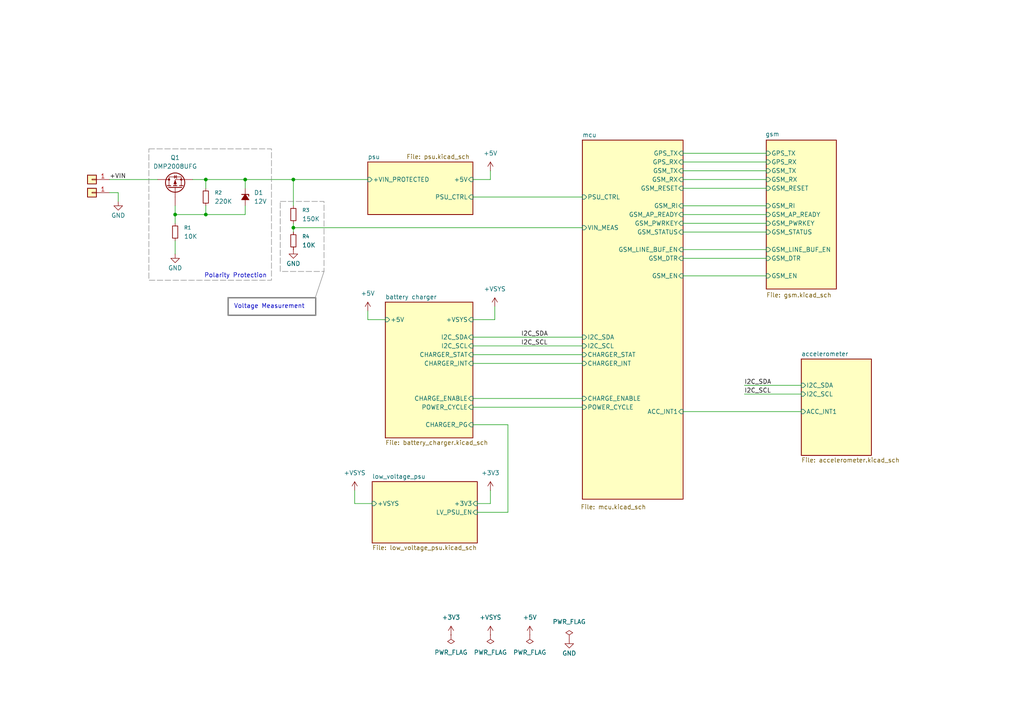
<source format=kicad_sch>
(kicad_sch (version 20250114) (generator "eeschema") (generator_version "9.0")
  (paper "A4")
  (lib_symbols
    (symbol "Connector_Generic:Conn_01x01" (pin_names (offset 1.016) (hide yes))
      (property "Reference" "J" (at 0 2.54 0))
      (property "Value" "Conn_01x01" (at 0 -2.54 0))
      (symbol "Conn_01x01_1_1"
        (rectangle (start -1.27 1.27) (end 1.27 -1.27) (stroke (width 0.254)) (fill (type background)))
        (rectangle (start -1.27 0.127) (end 0 -0.127) (stroke (width 0.1524)))
        (pin passive line (at -5.08 0 0) (length 3.81) (name "Pin_1") (number "1"))
      )
    )
    (symbol "Device:D_Zener_Small_Filled" (pin_numbers (hide yes)) (pin_names (offset 0.254) (hide yes))
      (property "Reference" "D" (at 0 2.286 0))
      (property "Value" "D_Zener_Small_Filled" (at 0 -2.286 0))
      (symbol "D_Zener_Small_Filled_0_1"
        (polyline (pts (xy -0.254 1.016) (xy -0.762 1.016) (xy -0.762 -1.016)) (stroke (width 0.254)))
        (polyline (pts (xy 0.762 1.016) (xy -0.762 0) (xy 0.762 -1.016) (xy 0.762 1.016)) (stroke (width 0.254)) (fill (type outline)))
        (polyline (pts (xy 0.762 0) (xy -0.762 0)))
      )
      (symbol "D_Zener_Small_Filled_1_1"
        (pin passive line (at -2.54 0 0) (length 1.778) (name "K") (number "1"))
        (pin passive line (at 2.54 0 180) (length 1.778) (name "A") (number "2"))
      )
    )
    (symbol "Device:R_Small" (pin_numbers (hide yes)) (pin_names (offset 0.254) (hide yes))
      (property "Reference" "R" (at 0 0 90))
      (property "Value" "R_Small" (at 1.778 0 90))
      (symbol "R_Small_0_1"
        (rectangle (start -0.762 1.778) (end 0.762 -1.778) (stroke (width 0.2032)))
      )
      (symbol "R_Small_1_1"
        (pin passive line (at 0 2.54 270) (length 0.762) (name "~") (number "1"))
        (pin passive line (at 0 -2.54 90) (length 0.762) (name "~") (number "2"))
      )
    )
    (symbol "My Libraries:+VSYS" (power) (in_bom no) (on_board no)
      (property "Value" "+VSYS" (at 0 3.81 0))
      (symbol "+VSYS_0_1"
        (polyline (pts (xy 0 2.54) (xy -0.762 1.27)))
        (polyline (pts (xy 0 2.54) (xy 0.762 1.27)))
        (polyline (pts (xy 0 0) (xy 0 2.54)))
      )
      (symbol "+VSYS_1_1"
        (pin power_in line (at 0 0 90) (length 0) (hide yes) (name "+VSYS") (number ""))
      )
    )
    (symbol "My Libraries:DMP2008UFG" (pin_numbers (hide yes)) (pin_names (hide yes))
      (property "Reference" "Q" (at 0 0 0))
      (property "Value" "DMP2008UFG" (at 0 0 0))
      (symbol "DMP2008UFG_0_1"
        (polyline (pts (xy -2.286 1.905) (xy -2.286 -1.905)) (stroke (width 0.254)))
        (polyline (pts (xy -2.286 0) (xy -5.08 0)))
        (polyline (pts (xy -1.778 2.286) (xy -1.778 1.27)) (stroke (width 0.254)))
        (polyline (pts (xy -1.778 1.778) (xy 0.762 1.778) (xy 0.762 -1.778) (xy -1.778 -1.778)))
        (polyline (pts (xy -1.778 0.508) (xy -1.778 -0.508)) (stroke (width 0.254)))
        (polyline (pts (xy -1.778 -1.27) (xy -1.778 -2.286)) (stroke (width 0.254)))
        (circle (center -0.889 0) (radius 2.794) (stroke (width 0.254)))
        (polyline (pts (xy -0.254 0) (xy -1.27 0.381) (xy -1.27 -0.381) (xy -0.254 0)) (fill (type outline)))
        (polyline (pts (xy 0 2.54) (xy 0 1.778)))
        (circle (center 0 1.778) (radius 0.254) (fill (type outline)))
        (circle (center 0 -1.778) (radius 0.254) (fill (type outline)))
        (polyline (pts (xy 0 -2.54) (xy 0 0) (xy -1.778 0)))
        (polyline (pts (xy 0.254 -0.508) (xy 0.381 -0.381) (xy 1.143 -0.381) (xy 1.27 -0.254)))
        (polyline (pts (xy 0.762 -0.381) (xy 0.381 0.254) (xy 1.143 0.254) (xy 0.762 -0.381)))
      )
      (symbol "DMP2008UFG_1_1"
        (pin input line (at -7.62 0 0) (length 2.54) (name "G") (number "4"))
        (pin passive line (at 0 5.08 270) (length 2.54) (name "D") (number "5"))
        (pin passive line (at 0 -5.08 90) (length 2.54) (name "S") (number "1"))
        (pin passive line (at 0 -5.08 90) (length 2.54) (hide yes) (name "S") (number "2"))
        (pin passive line (at 0 -5.08 90) (length 2.54) (hide yes) (name "S") (number "3"))
      )
    )
    (symbol "power:+3V3" (power) (pin_numbers (hide yes)) (pin_names (offset 0) (hide yes))
      (property "Value" "+3V3" (at 0 3.556 0))
      (symbol "+3V3_0_1"
        (polyline (pts (xy -0.762 1.27) (xy 0 2.54)))
        (polyline (pts (xy 0 2.54) (xy 0.762 1.27)))
        (polyline (pts (xy 0 0) (xy 0 2.54)))
      )
      (symbol "+3V3_1_1"
        (pin power_in line (at 0 0 90) (length 0) (name "~") (number "1"))
      )
    )
    (symbol "power:+5V" (power) (pin_numbers (hide yes)) (pin_names (offset 0) (hide yes))
      (property "Value" "+5V" (at 0 3.556 0))
      (symbol "+5V_0_1"
        (polyline (pts (xy -0.762 1.27) (xy 0 2.54)))
        (polyline (pts (xy 0 2.54) (xy 0.762 1.27)))
        (polyline (pts (xy 0 0) (xy 0 2.54)))
      )
      (symbol "+5V_1_1"
        (pin power_in line (at 0 0 90) (length 0) (name "~") (number "1"))
      )
    )
    (symbol "power:GND" (power) (pin_numbers (hide yes)) (pin_names (offset 0) (hide yes))
      (property "Value" "GND" (at 0 -3.81 0))
      (symbol "GND_0_1"
        (polyline (pts (xy 0 0) (xy 0 -1.27) (xy 1.27 -1.27) (xy 0 -2.54) (xy -1.27 -1.27) (xy 0 -1.27)))
      )
      (symbol "GND_1_1"
        (pin power_in line (at 0 0 270) (length 0) (name "~") (number "1"))
      )
    )
    (symbol "power:PWR_FLAG" (power) (pin_numbers (hide yes)) (pin_names (offset 0) (hide yes))
      (property "Value" "PWR_FLAG" (at 0 3.81 0))
      (symbol "PWR_FLAG_0_0"
        (pin power_out line (at 0 0 90) (length 0) (name "~") (number "1"))
      )
      (symbol "PWR_FLAG_0_1"
        (polyline (pts (xy 0 0) (xy 0 1.27) (xy -1.016 1.905) (xy 0 2.54) (xy 1.016 1.905) (xy 0 1.27)))
      )
    )
  )
  (rectangle (start 66.167 86.36) (end 91.567 91.44) (stroke (width 0.4) (color 132 132 132 1)))
  (rectangle (start 43.18 43.18) (end 78.74 81.28) (stroke (width 0) (type dash) (color 132 132 132 1)))
  (rectangle (start 81.28 58.42) (end 93.98 78.74) (stroke (width 0) (type dash) (color 132 132 132 1)))
  (text "Polarity Protection" (at 68.326 80.01 0) (effects (font (size 1.27 1.27))))
  (text "Voltage Measurement" (at 78.105 88.9 0) (effects (font (size 1.27 1.27))))
  (junction (at 50.8 62.23))
  (junction (at 85.09 66.04))
  (junction (at 71.12 52.07))
  (junction (at 59.69 52.07))
  (junction (at 59.69 62.23))
  (junction (at 85.09 52.07))
  (wire (pts (xy 198.12 59.69) (xy 222.25 59.69)))
  (wire (pts (xy 137.16 118.11) (xy 168.91 118.11)))
  (wire (pts (xy 198.12 46.99) (xy 222.25 46.99)))
  (wire (pts (xy 59.69 52.07) (xy 55.88 52.07)))
  (wire (pts (xy 198.12 119.38) (xy 232.41 119.38)))
  (wire (pts (xy 142.24 142.24) (xy 142.24 146.05)))
  (wire (pts (xy 59.69 62.23) (xy 59.69 59.69)))
  (wire (pts (xy 71.12 52.07) (xy 59.69 52.07)))
  (wire (pts (xy 71.12 59.69) (xy 71.12 62.23)))
  (wire (pts (xy 59.69 54.61) (xy 59.69 52.07)))
  (wire (pts (xy 198.12 74.93) (xy 222.25 74.93)))
  (wire (pts (xy 111.76 92.71) (xy 106.68 92.71)))
  (wire (pts (xy 198.12 80.01) (xy 222.25 80.01)))
  (wire (pts (xy 137.16 57.15) (xy 168.91 57.15)))
  (wire (pts (xy 50.8 62.23) (xy 50.8 64.77)))
  (wire (pts (xy 137.16 105.41) (xy 168.91 105.41)))
  (wire (pts (xy 102.87 146.05) (xy 107.95 146.05)))
  (wire (pts (xy 143.51 92.71) (xy 137.16 92.71)))
  (wire (pts (xy 198.12 72.39) (xy 222.25 72.39)))
  (wire (pts (xy 198.12 44.45) (xy 222.25 44.45)))
  (wire (pts (xy 50.8 73.66) (xy 50.8 69.85)))
  (polyline (pts (xy 93.98 78.74) (xy 91.44 86.36)) (stroke (width 0) (type solid) (color 132 132 132 1)))
  (wire (pts (xy 198.12 62.23) (xy 222.25 62.23)))
  (wire (pts (xy 71.12 54.61) (xy 71.12 52.07)))
  (wire (pts (xy 137.16 100.33) (xy 168.91 100.33)))
  (wire (pts (xy 137.16 123.19) (xy 147.32 123.19)))
  (wire (pts (xy 31.75 52.07) (xy 45.72 52.07)))
  (wire (pts (xy 143.51 88.9) (xy 143.51 92.71)))
  (wire (pts (xy 147.32 123.19) (xy 147.32 148.59)))
  (wire (pts (xy 85.09 52.07) (xy 85.09 59.69)))
  (wire (pts (xy 34.29 58.42) (xy 34.29 55.88)))
  (wire (pts (xy 85.09 66.04) (xy 85.09 67.31)))
  (wire (pts (xy 85.09 64.77) (xy 85.09 66.04)))
  (wire (pts (xy 50.8 59.69) (xy 50.8 62.23)))
  (wire (pts (xy 198.12 52.07) (xy 222.25 52.07)))
  (wire (pts (xy 198.12 64.77) (xy 222.25 64.77)))
  (wire (pts (xy 142.24 52.07) (xy 137.16 52.07)))
  (wire (pts (xy 85.09 52.07) (xy 106.68 52.07)))
  (wire (pts (xy 50.8 62.23) (xy 59.69 62.23)))
  (wire (pts (xy 34.29 55.88) (xy 31.75 55.88)))
  (wire (pts (xy 137.16 115.57) (xy 168.91 115.57)))
  (wire (pts (xy 198.12 67.31) (xy 222.25 67.31)))
  (wire (pts (xy 215.9 114.3) (xy 232.41 114.3)))
  (wire (pts (xy 71.12 52.07) (xy 85.09 52.07)))
  (wire (pts (xy 71.12 62.23) (xy 59.69 62.23)))
  (wire (pts (xy 142.24 146.05) (xy 138.43 146.05)))
  (wire (pts (xy 215.9 111.76) (xy 232.41 111.76)))
  (wire (pts (xy 137.16 102.87) (xy 168.91 102.87)))
  (wire (pts (xy 106.68 92.71) (xy 106.68 90.17)))
  (wire (pts (xy 198.12 54.61) (xy 222.25 54.61)))
  (wire (pts (xy 147.32 148.59) (xy 138.43 148.59)))
  (wire (pts (xy 102.87 142.24) (xy 102.87 146.05)))
  (wire (pts (xy 142.24 49.53) (xy 142.24 52.07)))
  (wire (pts (xy 137.16 97.79) (xy 168.91 97.79)))
  (wire (pts (xy 198.12 49.53) (xy 222.25 49.53)))
  (wire (pts (xy 85.09 66.04) (xy 168.91 66.04)))
  (label "+VIN" (at 31.75 52.07 0))
  (label "I2C_SCL" (at 151.13 100.33 0))
  (label "I2C_SDA" (at 215.9 111.76 0))
  (label "I2C_SCL" (at 215.9 114.3 0))
  (label "I2C_SDA" (at 151.13 97.79 0))
  (symbol (lib_id "power:PWR_FLAG") (at 153.67 184.15 180) (unit 1)
    (property "Reference" "#FLG03" (effects (hide yes)))
    (property "Value" "PWR_FLAG" (at 153.67 189.23 0))
    (property "Description" "Special symbol for telling ERC where power comes from" (effects (hide yes)))
  )
  (symbol (lib_id "power:+5V") (at 142.24 49.53 0) (unit 1)
    (property "Reference" "#PWR07" (effects (hide yes)))
    (property "Value" "+5V" (at 142.24 44.45 0))
    (property "Description" "Power symbol creates a global label with name \"+5V\"" (effects (hide yes)))
  )
  (symbol (lib_id "Device:R_Small") (at 85.09 62.23 0) (unit 1)
    (property "Reference" "R3" (at 87.63 60.9599 0) (effects (font (size 1.016 1.016)) (justify left)))
    (property "Value" "150K" (at 87.63 63.4999 0) (effects (justify left)))
    (property "Footprint" "Resistor_SMD:R_0603_1608Metric" (effects (hide yes)))
    (property "Description" "Resistor, small symbol" (effects (hide yes)))
  )
  (symbol (lib_id "My Libraries:DMP2008UFG") (at 50.8 52.07 90) (unit 1)
    (property "Reference" "Q1" (at 50.8 45.72 90))
    (property "Value" "DMP2008UFG" (at 50.8 48.26 90))
    (property "Footprint" "Package_SON:Diodes_PowerDI3333-8" (effects (hide yes)))
    (property "Datasheet" "https://www.diodes.com/datasheet/download/DMP2008UFG.pdf" (effects (hide yes)))
    (property "Description" "20V P-CHANNEL ENHANCEMENT MODE MOSFET POWERDI" (effects (hide yes)))
  )
  (symbol (lib_id "Device:R_Small") (at 85.09 69.85 0) (unit 1)
    (property "Reference" "R4" (at 87.63 68.5799 0) (effects (font (size 1.016 1.016)) (justify left)))
    (property "Value" "10K" (at 87.63 71.1199 0) (effects (justify left)))
    (property "Footprint" "Resistor_SMD:R_0603_1608Metric" (effects (hide yes)))
    (property "Description" "Resistor, small symbol" (effects (hide yes)))
  )
  (symbol (lib_id "power:GND") (at 165.1 185.42 0) (unit 1)
    (property "Reference" "#PWR012" (effects (hide yes)))
    (property "Value" "GND" (at 165.1 189.484 0))
    (property "Description" "Power symbol creates a global label with name \"GND\" , ground" (effects (hide yes)))
  )
  (symbol (lib_id "power:+3V3") (at 130.81 184.15 0) (unit 1)
    (property "Reference" "#PWR06" (effects (hide yes)))
    (property "Value" "+3V3" (at 130.81 179.07 0))
    (property "Description" "Power symbol creates a global label with name \"+3V3\"" (effects (hide yes)))
  )
  (symbol (lib_id "power:PWR_FLAG") (at 165.1 185.42 0) (unit 1)
    (property "Reference" "#FLG04" (effects (hide yes)))
    (property "Value" "PWR_FLAG" (at 165.1 180.34 0))
    (property "Description" "Special symbol for telling ERC where power comes from" (effects (hide yes)))
  )
  (symbol (lib_id "Connector_Generic:Conn_01x01") (at 26.67 52.07 180) (unit 1)
    (property "Reference" "J1" (effects (hide yes)))
    (property "Value" "Conn_01x01" (effects (hide yes)))
    (property "Footprint" "My Footprints:pad_smd_1.5x3" (effects (hide yes)))
    (property "Description" "Generic connector, single row, 01x01, script generated (kicad-library-utils/schlib/autogen/connector/)" (effects (hide yes)))
  )
  (symbol (lib_id "power:PWR_FLAG") (at 142.24 184.15 180) (unit 1)
    (property "Reference" "#FLG02" (effects (hide yes)))
    (property "Value" "PWR_FLAG" (at 142.24 189.23 0))
    (property "Description" "Special symbol for telling ERC where power comes from" (effects (hide yes)))
  )
  (symbol (lib_id "Device:R_Small") (at 50.8 67.31 0) (unit 1)
    (property "Reference" "R1" (at 53.34 66.0399 0) (effects (font (size 1.016 1.016)) (justify left)))
    (property "Value" "10K" (at 53.34 68.5799 0) (effects (justify left)))
    (property "Footprint" "Resistor_SMD:R_0603_1608Metric" (effects (hide yes)))
    (property "Description" "Resistor, small symbol" (effects (hide yes)))
  )
  (symbol (lib_id "My Libraries:+VSYS") (at 142.24 184.15 0) (unit 1) (in_bom no) (on_board no)
    (property "Reference" "#PWR010" (effects (hide yes)))
    (property "Value" "+VSYS" (at 142.24 179.07 0))
  )
  (symbol (lib_id "Device:D_Zener_Small_Filled") (at 71.12 57.15 270) (unit 1)
    (property "Reference" "D1" (at 73.66 55.8799 90) (effects (justify left)))
    (property "Value" "12V" (at 73.66 58.4199 90) (effects (justify left)))
    (property "Footprint" "Diode_SMD:D_SOD-323" (effects (hide yes)))
    (property "Description" "Zener diode, small symbol, filled shape" (effects (hide yes)))
    (property "PartNo" "PDZ12B,115" (effects (hide yes)))
  )
  (symbol (lib_id "My Libraries:+VSYS") (at 102.87 142.24 0) (unit 1) (in_bom no) (on_board no)
    (property "Reference" "#PWR04" (effects (hide yes)))
    (property "Value" "+VSYS" (at 102.87 137.16 0))
  )
  (symbol (lib_id "power:GND") (at 85.09 72.39 0) (unit 1)
    (property "Reference" "#PWR03" (effects (hide yes)))
    (property "Value" "GND" (at 85.09 76.454 0))
    (property "Description" "Power symbol creates a global label with name \"GND\" , ground" (effects (hide yes)))
  )
  (symbol (lib_id "power:PWR_FLAG") (at 130.81 184.15 180) (unit 1)
    (property "Reference" "#FLG01" (effects (hide yes)))
    (property "Value" "PWR_FLAG" (at 130.81 189.23 0))
    (property "Description" "Special symbol for telling ERC where power comes from" (effects (hide yes)))
  )
  (symbol (lib_id "power:+3V3") (at 142.24 142.24 0) (unit 1)
    (property "Reference" "#PWR08" (effects (hide yes)))
    (property "Value" "+3V3" (at 142.24 137.16 0))
    (property "Description" "Power symbol creates a global label with name \"+3V3\"" (effects (hide yes)))
  )
  (symbol (lib_id "Device:R_Small") (at 59.69 57.15 0) (unit 1)
    (property "Reference" "R2" (at 62.23 55.8799 0) (effects (font (size 1.016 1.016)) (justify left)))
    (property "Value" "220K" (at 62.23 58.4199 0) (effects (justify left)))
    (property "Footprint" "Resistor_SMD:R_0603_1608Metric" (effects (hide yes)))
    (property "Description" "Resistor, small symbol" (effects (hide yes)))
  )
  (symbol (lib_id "Connector_Generic:Conn_01x01") (at 26.67 55.88 180) (unit 1)
    (property "Reference" "J2" (effects (hide yes)))
    (property "Value" "Conn_01x01" (effects (hide yes)))
    (property "Footprint" "My Footprints:pad_smd_1.5x3" (effects (hide yes)))
    (property "Description" "Generic connector, single row, 01x01, script generated (kicad-library-utils/schlib/autogen/connector/)" (effects (hide yes)))
  )
  (symbol (lib_id "power:GND") (at 50.8 73.66 0) (unit 1)
    (property "Reference" "#PWR02" (effects (hide yes)))
    (property "Value" "GND" (at 50.8 77.724 0))
    (property "Description" "Power symbol creates a global label with name \"GND\" , ground" (effects (hide yes)))
  )
  (symbol (lib_id "power:+5V") (at 153.67 184.15 0) (unit 1)
    (property "Reference" "#PWR011" (effects (hide yes)))
    (property "Value" "+5V" (at 153.67 179.07 0))
    (property "Description" "Power symbol creates a global label with name \"+5V\"" (effects (hide yes)))
  )
  (symbol (lib_id "power:+5V") (at 106.68 90.17 0) (unit 1)
    (property "Reference" "#PWR05" (effects (hide yes)))
    (property "Value" "+5V" (at 106.68 85.09 0))
    (property "Description" "Power symbol creates a global label with name \"+5V\"" (effects (hide yes)))
  )
  (symbol (lib_id "power:GND") (at 34.29 58.42 0) (unit 1)
    (property "Reference" "#PWR01" (effects (hide yes)))
    (property "Value" "GND" (at 34.29 62.484 0))
    (property "Description" "Power symbol creates a global label with name \"GND\" , ground" (effects (hide yes)))
  )
  (symbol (lib_id "My Libraries:+VSYS") (at 143.51 88.9 0) (unit 1) (in_bom no) (on_board no)
    (property "Reference" "#PWR09" (effects (hide yes)))
    (property "Value" "+VSYS" (at 143.51 83.82 0))
  )
  (sheet (at 222.25 40.64) (size 20.32 43.18) (stroke (width 0.254)) (fill (color 255 255 194 1.0000))
    (property "Sheetname" "gsm" (at 221.996 39.624 0) (effects (justify left bottom)))
    (property "Sheetfile" "gsm.kicad_sch" (at 222.25 84.836 0) (effects (justify left top)))
    (pin "GPS_RX" input (at 222.25 46.99 180))
    (pin "GSM_DTR" input (at 222.25 74.93 180))
    (pin "GSM_RI" input (at 222.25 59.69 180))
    (pin "GSM_RESET" input (at 222.25 54.61 180))
    (pin "GSM_TX" input (at 222.25 49.53 180))
    (pin "GSM_AP_READY" input (at 222.25 62.23 180))
    (pin "GSM_PWRKEY" input (at 222.25 64.77 180))
    (pin "GSM_STATUS" input (at 222.25 67.31 180))
    (pin "GSM_RX" input (at 222.25 52.07 180))
    (pin "GPS_TX" input (at 222.25 44.45 180))
    (pin "GSM_LINE_BUF_EN" input (at 222.25 72.39 180))
    (pin "GSM_EN" input (at 222.25 80.01 180))
  )
  (sheet (at 106.68 46.99) (size 30.48 15.24) (stroke (width 0.254)) (fill (color 255 255 194 1.0000))
    (property "Sheetname" "psu" (at 106.68 46.2276 0) (effects (justify left bottom)))
    (property "Sheetfile" "psu.kicad_sch" (at 117.856 44.704 0) (effects (justify left top)))
    (pin "+VIN_PROTECTED" input (at 106.68 52.07 180))
    (pin "PSU_CTRL" input (at 137.16 57.15 0))
    (pin "+5V" input (at 137.16 52.07 0))
  )
  (sheet (at 107.95 139.7) (size 30.48 17.78) (stroke (width 0.254)) (fill (color 255 255 194 1.0000))
    (property "Sheetname" "low_voltage_psu" (at 107.95 138.9376 0) (effects (justify left bottom)))
    (property "Sheetfile" "low_voltage_psu.kicad_sch" (at 107.95 158.1154 0) (effects (justify left top)))
    (pin "+VSYS" input (at 107.95 146.05 180))
    (pin "+3V3" input (at 138.43 146.05 0))
    (pin "LV_PSU_EN" input (at 138.43 148.59 0))
  )
  (sheet (at 168.91 40.64) (size 29.21 104.14) (stroke (width 0.254)) (fill (color 255 255 194 1.0000))
    (property "Sheetname" "mcu" (at 168.91 39.8776 0) (effects (justify left bottom)))
    (property "Sheetfile" "mcu.kicad_sch" (at 168.402 146.304 0) (effects (justify left top)))
    (pin "GSM_TX" input (at 198.12 49.53 0))
    (pin "GSM_RX" input (at 198.12 52.07 0))
    (pin "GSM_PWRKEY" input (at 198.12 64.77 0))
    (pin "GPS_TX" input (at 198.12 44.45 0))
    (pin "GPS_RX" input (at 198.12 46.99 0))
    (pin "GSM_DTR" input (at 198.12 74.93 0))
    (pin "GSM_RI" input (at 198.12 59.69 0))
    (pin "GSM_AP_READY" input (at 198.12 62.23 0))
    (pin "GSM_STATUS" input (at 198.12 67.31 0))
    (pin "PSU_CTRL" input (at 168.91 57.15 180))
    (pin "CHARGER_STAT" input (at 168.91 102.87 180))
    (pin "I2C_SDA" input (at 168.91 97.79 180))
    (pin "I2C_SCL" input (at 168.91 100.33 180))
    (pin "CHARGER_INT" input (at 168.91 105.41 180))
    (pin "CHARGE_ENABLE" input (at 168.91 115.57 180))
    (pin "POWER_CYCLE" input (at 168.91 118.11 180))
    (pin "GSM_LINE_BUF_EN" input (at 198.12 72.39 0))
    (pin "GSM_RESET" input (at 198.12 54.61 0))
    (pin "VIN_MEAS" input (at 168.91 66.04 180))
    (pin "GSM_EN" input (at 198.12 80.01 0))
    (pin "ACC_INT1" input (at 198.12 119.38 0))
  )
  (sheet (at 232.41 104.14) (size 20.32 27.94) (stroke (width 0.254)) (fill (color 255 255 194 1.0000))
    (property "Sheetname" "accelerometer" (at 232.41 103.3776 0) (effects (justify left bottom)))
    (property "Sheetfile" "accelerometer.kicad_sch" (at 232.41 132.7154 0) (effects (justify left top)))
    (pin "ACC_INT1" input (at 232.41 119.38 180))
    (pin "I2C_SCL" input (at 232.41 114.3 180))
    (pin "I2C_SDA" input (at 232.41 111.76 180))
  )
  (sheet (at 111.76 87.63) (size 25.4 39.37) (stroke (width 0.254)) (fill (color 255 255 194 1.0000))
    (property "Sheetname" "battery charger" (at 111.76 86.8676 0) (effects (justify left bottom)))
    (property "Sheetfile" "battery_charger.kicad_sch" (at 111.76 127.6354 0) (effects (justify left top)))
    (pin "CHARGER_PG" input (at 137.16 123.19 0))
    (pin "I2C_SCL" input (at 137.16 100.33 0))
    (pin "CHARGE_ENABLE" input (at 137.16 115.57 0))
    (pin "CHARGER_INT" input (at 137.16 105.41 0))
    (pin "I2C_SDA" input (at 137.16 97.79 0))
    (pin "+5V" input (at 111.76 92.71 180))
    (pin "POWER_CYCLE" input (at 137.16 118.11 0))
    (pin "CHARGER_STAT" input (at 137.16 102.87 0))
    (pin "+VSYS" input (at 137.16 92.71 0))
  )
)
</source>
